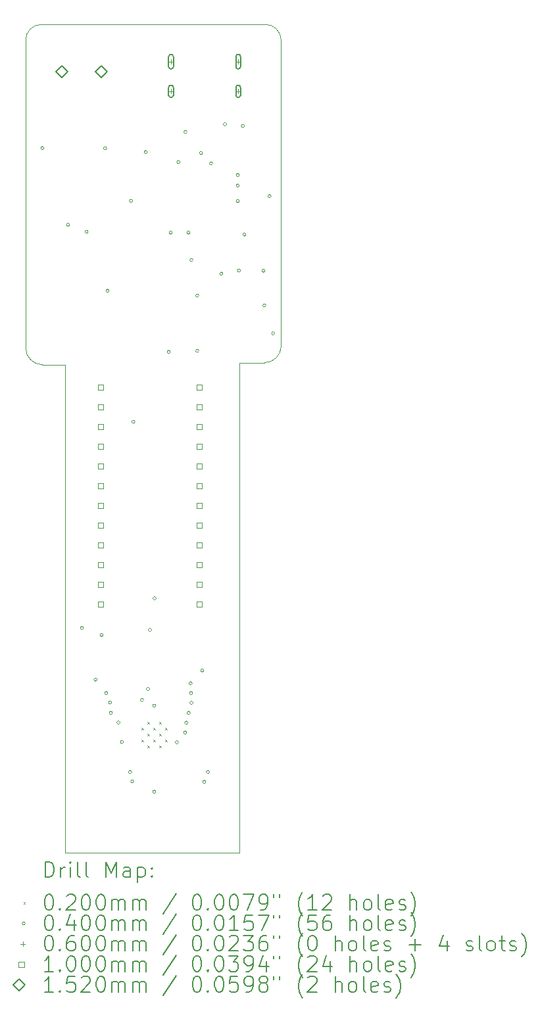
<source format=gbr>
%TF.GenerationSoftware,KiCad,Pcbnew,(6.0.11-0)*%
%TF.CreationDate,2023-10-17T10:34:44+02:00*%
%TF.ProjectId,ZESP32,5a455350-3332-42e6-9b69-6361645f7063,rev?*%
%TF.SameCoordinates,Original*%
%TF.FileFunction,Drillmap*%
%TF.FilePolarity,Positive*%
%FSLAX45Y45*%
G04 Gerber Fmt 4.5, Leading zero omitted, Abs format (unit mm)*
G04 Created by KiCad (PCBNEW (6.0.11-0)) date 2023-10-17 10:34:44*
%MOMM*%
%LPD*%
G01*
G04 APERTURE LIST*
%ADD10C,0.100000*%
%ADD11C,0.200000*%
%ADD12C,0.020000*%
%ADD13C,0.040000*%
%ADD14C,0.060000*%
%ADD15C,0.152000*%
G04 APERTURE END LIST*
D10*
X8178800Y-4419600D02*
X8178800Y-8382000D01*
X11468100Y-4419600D02*
X11468100Y-8356600D01*
X8382000Y-4216400D02*
X11264900Y-4216400D01*
X11252200Y-8572500D02*
X10934700Y-8572500D01*
X11252200Y-8572500D02*
G75*
G03*
X11468100Y-8356600I0J215900D01*
G01*
X8178800Y-8382000D02*
G75*
G03*
X8394700Y-8597900I215900J0D01*
G01*
X11468100Y-4419600D02*
G75*
G03*
X11264900Y-4216400I-203200J0D01*
G01*
X10934700Y-14884400D02*
X8686800Y-14884400D01*
X10934700Y-8572500D02*
X10934700Y-14884400D01*
X8382000Y-4216400D02*
G75*
G03*
X8178800Y-4419600I0J-203200D01*
G01*
X8686800Y-14884400D02*
X8686800Y-8597900D01*
X8394700Y-8597900D02*
X8686800Y-8597900D01*
D11*
D12*
X9671800Y-13276250D02*
X9691800Y-13296250D01*
X9691800Y-13276250D02*
X9671800Y-13296250D01*
X9671800Y-13428750D02*
X9691800Y-13448750D01*
X9691800Y-13428750D02*
X9671800Y-13448750D01*
X9748050Y-13200000D02*
X9768050Y-13220000D01*
X9768050Y-13200000D02*
X9748050Y-13220000D01*
X9748050Y-13352500D02*
X9768050Y-13372500D01*
X9768050Y-13352500D02*
X9748050Y-13372500D01*
X9748050Y-13505000D02*
X9768050Y-13525000D01*
X9768050Y-13505000D02*
X9748050Y-13525000D01*
X9824300Y-13276250D02*
X9844300Y-13296250D01*
X9844300Y-13276250D02*
X9824300Y-13296250D01*
X9824300Y-13428750D02*
X9844300Y-13448750D01*
X9844300Y-13428750D02*
X9824300Y-13448750D01*
X9900550Y-13200000D02*
X9920550Y-13220000D01*
X9920550Y-13200000D02*
X9900550Y-13220000D01*
X9900550Y-13352500D02*
X9920550Y-13372500D01*
X9920550Y-13352500D02*
X9900550Y-13372500D01*
X9900550Y-13505000D02*
X9920550Y-13525000D01*
X9920550Y-13505000D02*
X9900550Y-13525000D01*
X9976800Y-13276250D02*
X9996800Y-13296250D01*
X9996800Y-13276250D02*
X9976800Y-13296250D01*
X9976800Y-13428750D02*
X9996800Y-13448750D01*
X9996800Y-13428750D02*
X9976800Y-13448750D01*
D13*
X8414200Y-5809480D02*
G75*
G03*
X8414200Y-5809480I-20000J0D01*
G01*
X8744900Y-6794500D02*
G75*
G03*
X8744900Y-6794500I-20000J0D01*
G01*
X8922700Y-11988800D02*
G75*
G03*
X8922700Y-11988800I-20000J0D01*
G01*
X8983160Y-6886440D02*
G75*
G03*
X8983160Y-6886440I-20000J0D01*
G01*
X9097960Y-12654280D02*
G75*
G03*
X9097960Y-12654280I-20000J0D01*
G01*
X9176700Y-12077700D02*
G75*
G03*
X9176700Y-12077700I-20000J0D01*
G01*
X9221920Y-5809480D02*
G75*
G03*
X9221920Y-5809480I-20000J0D01*
G01*
X9235120Y-12827000D02*
G75*
G03*
X9235120Y-12827000I-20000J0D01*
G01*
X9253160Y-7645140D02*
G75*
G03*
X9253160Y-7645140I-20000J0D01*
G01*
X9285920Y-12948920D02*
G75*
G03*
X9285920Y-12948920I-20000J0D01*
G01*
X9296080Y-13081000D02*
G75*
G03*
X9296080Y-13081000I-20000J0D01*
G01*
X9392600Y-13208000D02*
G75*
G03*
X9392600Y-13208000I-20000J0D01*
G01*
X9438320Y-13456920D02*
G75*
G03*
X9438320Y-13456920I-20000J0D01*
G01*
X9543470Y-13843000D02*
G75*
G03*
X9543470Y-13843000I-20000J0D01*
G01*
X9555160Y-6487160D02*
G75*
G03*
X9555160Y-6487160I-20000J0D01*
G01*
X9570400Y-13964920D02*
G75*
G03*
X9570400Y-13964920I-20000J0D01*
G01*
X9585100Y-9332500D02*
G75*
G03*
X9585100Y-9332500I-20000J0D01*
G01*
X9697400Y-12915900D02*
G75*
G03*
X9697400Y-12915900I-20000J0D01*
G01*
X9743010Y-5859890D02*
G75*
G03*
X9743010Y-5859890I-20000J0D01*
G01*
X9773600Y-12776200D02*
G75*
G03*
X9773600Y-12776200I-20000J0D01*
G01*
X9799000Y-12014200D02*
G75*
G03*
X9799000Y-12014200I-20000J0D01*
G01*
X9854300Y-12990140D02*
G75*
G03*
X9854300Y-12990140I-20000J0D01*
G01*
X9855380Y-14096500D02*
G75*
G03*
X9855380Y-14096500I-20000J0D01*
G01*
X9858430Y-11607800D02*
G75*
G03*
X9858430Y-11607800I-20000J0D01*
G01*
X10040300Y-8432800D02*
G75*
G03*
X10040300Y-8432800I-20000J0D01*
G01*
X10065700Y-6896100D02*
G75*
G03*
X10065700Y-6896100I-20000J0D01*
G01*
X10144940Y-13461500D02*
G75*
G03*
X10144940Y-13461500I-20000J0D01*
G01*
X10165200Y-5988880D02*
G75*
G03*
X10165200Y-5988880I-20000J0D01*
G01*
X10251120Y-13335000D02*
G75*
G03*
X10251120Y-13335000I-20000J0D01*
G01*
X10256200Y-5600700D02*
G75*
G03*
X10256200Y-5600700I-20000J0D01*
G01*
X10266360Y-13208000D02*
G75*
G03*
X10266360Y-13208000I-20000J0D01*
G01*
X10294300Y-6896100D02*
G75*
G03*
X10294300Y-6896100I-20000J0D01*
G01*
X10296840Y-13081000D02*
G75*
G03*
X10296840Y-13081000I-20000J0D01*
G01*
X10322240Y-12700000D02*
G75*
G03*
X10322240Y-12700000I-20000J0D01*
G01*
X10327320Y-12827000D02*
G75*
G03*
X10327320Y-12827000I-20000J0D01*
G01*
X10332400Y-7251700D02*
G75*
G03*
X10332400Y-7251700I-20000J0D01*
G01*
X10332400Y-12954000D02*
G75*
G03*
X10332400Y-12954000I-20000J0D01*
G01*
X10408600Y-7708900D02*
G75*
G03*
X10408600Y-7708900I-20000J0D01*
G01*
X10408600Y-8420100D02*
G75*
G03*
X10408600Y-8420100I-20000J0D01*
G01*
X10456360Y-5872040D02*
G75*
G03*
X10456360Y-5872040I-20000J0D01*
G01*
X10472100Y-12534900D02*
G75*
G03*
X10472100Y-12534900I-20000J0D01*
G01*
X10497500Y-13970000D02*
G75*
G03*
X10497500Y-13970000I-20000J0D01*
G01*
X10544750Y-13843000D02*
G75*
G03*
X10544750Y-13843000I-20000J0D01*
G01*
X10586400Y-6007100D02*
G75*
G03*
X10586400Y-6007100I-20000J0D01*
G01*
X10720000Y-7425000D02*
G75*
G03*
X10720000Y-7425000I-20000J0D01*
G01*
X10764710Y-5501200D02*
G75*
G03*
X10764710Y-5501200I-20000J0D01*
G01*
X10928800Y-6154920D02*
G75*
G03*
X10928800Y-6154920I-20000J0D01*
G01*
X10928800Y-6292080D02*
G75*
G03*
X10928800Y-6292080I-20000J0D01*
G01*
X10928800Y-6490200D02*
G75*
G03*
X10928800Y-6490200I-20000J0D01*
G01*
X10944040Y-7384280D02*
G75*
G03*
X10944040Y-7384280I-20000J0D01*
G01*
X10995000Y-5525000D02*
G75*
G03*
X10995000Y-5525000I-20000J0D01*
G01*
X11015160Y-6922000D02*
G75*
G03*
X11015160Y-6922000I-20000J0D01*
G01*
X11259000Y-7389360D02*
G75*
G03*
X11259000Y-7389360I-20000J0D01*
G01*
X11272200Y-7835900D02*
G75*
G03*
X11272200Y-7835900I-20000J0D01*
G01*
X11338240Y-6426200D02*
G75*
G03*
X11338240Y-6426200I-20000J0D01*
G01*
X11383960Y-8194040D02*
G75*
G03*
X11383960Y-8194040I-20000J0D01*
G01*
D14*
X10050080Y-4665320D02*
X10050080Y-4725320D01*
X10020080Y-4695320D02*
X10080080Y-4695320D01*
D11*
X10080080Y-4760320D02*
X10080080Y-4630320D01*
X10020080Y-4760320D02*
X10020080Y-4630320D01*
X10080080Y-4630320D02*
G75*
G03*
X10020080Y-4630320I-30000J0D01*
G01*
X10020080Y-4760320D02*
G75*
G03*
X10080080Y-4760320I30000J0D01*
G01*
D14*
X10050080Y-5047820D02*
X10050080Y-5107820D01*
X10020080Y-5077820D02*
X10080080Y-5077820D01*
D11*
X10080080Y-5127820D02*
X10080080Y-5027820D01*
X10020080Y-5127820D02*
X10020080Y-5027820D01*
X10080080Y-5027820D02*
G75*
G03*
X10020080Y-5027820I-30000J0D01*
G01*
X10020080Y-5127820D02*
G75*
G03*
X10080080Y-5127820I30000J0D01*
G01*
D14*
X10914080Y-4665320D02*
X10914080Y-4725320D01*
X10884080Y-4695320D02*
X10944080Y-4695320D01*
D11*
X10944080Y-4760320D02*
X10944080Y-4630320D01*
X10884080Y-4760320D02*
X10884080Y-4630320D01*
X10944080Y-4630320D02*
G75*
G03*
X10884080Y-4630320I-30000J0D01*
G01*
X10884080Y-4760320D02*
G75*
G03*
X10944080Y-4760320I30000J0D01*
G01*
D14*
X10914080Y-5047820D02*
X10914080Y-5107820D01*
X10884080Y-5077820D02*
X10944080Y-5077820D01*
D11*
X10944080Y-5127820D02*
X10944080Y-5027820D01*
X10884080Y-5127820D02*
X10884080Y-5027820D01*
X10944080Y-5027820D02*
G75*
G03*
X10884080Y-5027820I-30000J0D01*
G01*
X10884080Y-5127820D02*
G75*
G03*
X10944080Y-5127820I30000J0D01*
G01*
D10*
X9179356Y-8925356D02*
X9179356Y-8854644D01*
X9108644Y-8854644D01*
X9108644Y-8925356D01*
X9179356Y-8925356D01*
X9179356Y-9179356D02*
X9179356Y-9108644D01*
X9108644Y-9108644D01*
X9108644Y-9179356D01*
X9179356Y-9179356D01*
X9179356Y-9433356D02*
X9179356Y-9362644D01*
X9108644Y-9362644D01*
X9108644Y-9433356D01*
X9179356Y-9433356D01*
X9179356Y-9687356D02*
X9179356Y-9616644D01*
X9108644Y-9616644D01*
X9108644Y-9687356D01*
X9179356Y-9687356D01*
X9179356Y-9941356D02*
X9179356Y-9870644D01*
X9108644Y-9870644D01*
X9108644Y-9941356D01*
X9179356Y-9941356D01*
X9179356Y-10195356D02*
X9179356Y-10124644D01*
X9108644Y-10124644D01*
X9108644Y-10195356D01*
X9179356Y-10195356D01*
X9179356Y-10449356D02*
X9179356Y-10378644D01*
X9108644Y-10378644D01*
X9108644Y-10449356D01*
X9179356Y-10449356D01*
X9179356Y-10703356D02*
X9179356Y-10632644D01*
X9108644Y-10632644D01*
X9108644Y-10703356D01*
X9179356Y-10703356D01*
X9179356Y-10957356D02*
X9179356Y-10886644D01*
X9108644Y-10886644D01*
X9108644Y-10957356D01*
X9179356Y-10957356D01*
X9179356Y-11211356D02*
X9179356Y-11140644D01*
X9108644Y-11140644D01*
X9108644Y-11211356D01*
X9179356Y-11211356D01*
X9179356Y-11465356D02*
X9179356Y-11394644D01*
X9108644Y-11394644D01*
X9108644Y-11465356D01*
X9179356Y-11465356D01*
X9179356Y-11719356D02*
X9179356Y-11648644D01*
X9108644Y-11648644D01*
X9108644Y-11719356D01*
X9179356Y-11719356D01*
X10449356Y-8925356D02*
X10449356Y-8854644D01*
X10378644Y-8854644D01*
X10378644Y-8925356D01*
X10449356Y-8925356D01*
X10449356Y-9179356D02*
X10449356Y-9108644D01*
X10378644Y-9108644D01*
X10378644Y-9179356D01*
X10449356Y-9179356D01*
X10449356Y-9433356D02*
X10449356Y-9362644D01*
X10378644Y-9362644D01*
X10378644Y-9433356D01*
X10449356Y-9433356D01*
X10449356Y-9687356D02*
X10449356Y-9616644D01*
X10378644Y-9616644D01*
X10378644Y-9687356D01*
X10449356Y-9687356D01*
X10449356Y-9941356D02*
X10449356Y-9870644D01*
X10378644Y-9870644D01*
X10378644Y-9941356D01*
X10449356Y-9941356D01*
X10449356Y-10195356D02*
X10449356Y-10124644D01*
X10378644Y-10124644D01*
X10378644Y-10195356D01*
X10449356Y-10195356D01*
X10449356Y-10449356D02*
X10449356Y-10378644D01*
X10378644Y-10378644D01*
X10378644Y-10449356D01*
X10449356Y-10449356D01*
X10449356Y-10703356D02*
X10449356Y-10632644D01*
X10378644Y-10632644D01*
X10378644Y-10703356D01*
X10449356Y-10703356D01*
X10449356Y-10957356D02*
X10449356Y-10886644D01*
X10378644Y-10886644D01*
X10378644Y-10957356D01*
X10449356Y-10957356D01*
X10449356Y-11211356D02*
X10449356Y-11140644D01*
X10378644Y-11140644D01*
X10378644Y-11211356D01*
X10449356Y-11211356D01*
X10449356Y-11465356D02*
X10449356Y-11394644D01*
X10378644Y-11394644D01*
X10378644Y-11465356D01*
X10449356Y-11465356D01*
X10449356Y-11719356D02*
X10449356Y-11648644D01*
X10378644Y-11648644D01*
X10378644Y-11719356D01*
X10449356Y-11719356D01*
D15*
X8648200Y-4899960D02*
X8724200Y-4823960D01*
X8648200Y-4747960D01*
X8572200Y-4823960D01*
X8648200Y-4899960D01*
X9156200Y-4899960D02*
X9232200Y-4823960D01*
X9156200Y-4747960D01*
X9080200Y-4823960D01*
X9156200Y-4899960D01*
D11*
X8431419Y-15199876D02*
X8431419Y-14999876D01*
X8479038Y-14999876D01*
X8507610Y-15009400D01*
X8526657Y-15028448D01*
X8536181Y-15047495D01*
X8545705Y-15085590D01*
X8545705Y-15114162D01*
X8536181Y-15152257D01*
X8526657Y-15171305D01*
X8507610Y-15190352D01*
X8479038Y-15199876D01*
X8431419Y-15199876D01*
X8631419Y-15199876D02*
X8631419Y-15066543D01*
X8631419Y-15104638D02*
X8640943Y-15085590D01*
X8650467Y-15076067D01*
X8669514Y-15066543D01*
X8688562Y-15066543D01*
X8755229Y-15199876D02*
X8755229Y-15066543D01*
X8755229Y-14999876D02*
X8745705Y-15009400D01*
X8755229Y-15018924D01*
X8764752Y-15009400D01*
X8755229Y-14999876D01*
X8755229Y-15018924D01*
X8879038Y-15199876D02*
X8859990Y-15190352D01*
X8850467Y-15171305D01*
X8850467Y-14999876D01*
X8983800Y-15199876D02*
X8964752Y-15190352D01*
X8955229Y-15171305D01*
X8955229Y-14999876D01*
X9212371Y-15199876D02*
X9212371Y-14999876D01*
X9279038Y-15142733D01*
X9345705Y-14999876D01*
X9345705Y-15199876D01*
X9526657Y-15199876D02*
X9526657Y-15095114D01*
X9517133Y-15076067D01*
X9498086Y-15066543D01*
X9459990Y-15066543D01*
X9440943Y-15076067D01*
X9526657Y-15190352D02*
X9507610Y-15199876D01*
X9459990Y-15199876D01*
X9440943Y-15190352D01*
X9431419Y-15171305D01*
X9431419Y-15152257D01*
X9440943Y-15133209D01*
X9459990Y-15123686D01*
X9507610Y-15123686D01*
X9526657Y-15114162D01*
X9621895Y-15066543D02*
X9621895Y-15266543D01*
X9621895Y-15076067D02*
X9640943Y-15066543D01*
X9679038Y-15066543D01*
X9698086Y-15076067D01*
X9707610Y-15085590D01*
X9717133Y-15104638D01*
X9717133Y-15161781D01*
X9707610Y-15180828D01*
X9698086Y-15190352D01*
X9679038Y-15199876D01*
X9640943Y-15199876D01*
X9621895Y-15190352D01*
X9802848Y-15180828D02*
X9812371Y-15190352D01*
X9802848Y-15199876D01*
X9793324Y-15190352D01*
X9802848Y-15180828D01*
X9802848Y-15199876D01*
X9802848Y-15076067D02*
X9812371Y-15085590D01*
X9802848Y-15095114D01*
X9793324Y-15085590D01*
X9802848Y-15076067D01*
X9802848Y-15095114D01*
D12*
X8153800Y-15519400D02*
X8173800Y-15539400D01*
X8173800Y-15519400D02*
X8153800Y-15539400D01*
D11*
X8469514Y-15419876D02*
X8488562Y-15419876D01*
X8507610Y-15429400D01*
X8517133Y-15438924D01*
X8526657Y-15457971D01*
X8536181Y-15496067D01*
X8536181Y-15543686D01*
X8526657Y-15581781D01*
X8517133Y-15600828D01*
X8507610Y-15610352D01*
X8488562Y-15619876D01*
X8469514Y-15619876D01*
X8450467Y-15610352D01*
X8440943Y-15600828D01*
X8431419Y-15581781D01*
X8421895Y-15543686D01*
X8421895Y-15496067D01*
X8431419Y-15457971D01*
X8440943Y-15438924D01*
X8450467Y-15429400D01*
X8469514Y-15419876D01*
X8621895Y-15600828D02*
X8631419Y-15610352D01*
X8621895Y-15619876D01*
X8612371Y-15610352D01*
X8621895Y-15600828D01*
X8621895Y-15619876D01*
X8707610Y-15438924D02*
X8717133Y-15429400D01*
X8736181Y-15419876D01*
X8783800Y-15419876D01*
X8802848Y-15429400D01*
X8812371Y-15438924D01*
X8821895Y-15457971D01*
X8821895Y-15477019D01*
X8812371Y-15505590D01*
X8698086Y-15619876D01*
X8821895Y-15619876D01*
X8945705Y-15419876D02*
X8964752Y-15419876D01*
X8983800Y-15429400D01*
X8993324Y-15438924D01*
X9002848Y-15457971D01*
X9012371Y-15496067D01*
X9012371Y-15543686D01*
X9002848Y-15581781D01*
X8993324Y-15600828D01*
X8983800Y-15610352D01*
X8964752Y-15619876D01*
X8945705Y-15619876D01*
X8926657Y-15610352D01*
X8917133Y-15600828D01*
X8907610Y-15581781D01*
X8898086Y-15543686D01*
X8898086Y-15496067D01*
X8907610Y-15457971D01*
X8917133Y-15438924D01*
X8926657Y-15429400D01*
X8945705Y-15419876D01*
X9136181Y-15419876D02*
X9155229Y-15419876D01*
X9174276Y-15429400D01*
X9183800Y-15438924D01*
X9193324Y-15457971D01*
X9202848Y-15496067D01*
X9202848Y-15543686D01*
X9193324Y-15581781D01*
X9183800Y-15600828D01*
X9174276Y-15610352D01*
X9155229Y-15619876D01*
X9136181Y-15619876D01*
X9117133Y-15610352D01*
X9107610Y-15600828D01*
X9098086Y-15581781D01*
X9088562Y-15543686D01*
X9088562Y-15496067D01*
X9098086Y-15457971D01*
X9107610Y-15438924D01*
X9117133Y-15429400D01*
X9136181Y-15419876D01*
X9288562Y-15619876D02*
X9288562Y-15486543D01*
X9288562Y-15505590D02*
X9298086Y-15496067D01*
X9317133Y-15486543D01*
X9345705Y-15486543D01*
X9364752Y-15496067D01*
X9374276Y-15515114D01*
X9374276Y-15619876D01*
X9374276Y-15515114D02*
X9383800Y-15496067D01*
X9402848Y-15486543D01*
X9431419Y-15486543D01*
X9450467Y-15496067D01*
X9459990Y-15515114D01*
X9459990Y-15619876D01*
X9555229Y-15619876D02*
X9555229Y-15486543D01*
X9555229Y-15505590D02*
X9564752Y-15496067D01*
X9583800Y-15486543D01*
X9612371Y-15486543D01*
X9631419Y-15496067D01*
X9640943Y-15515114D01*
X9640943Y-15619876D01*
X9640943Y-15515114D02*
X9650467Y-15496067D01*
X9669514Y-15486543D01*
X9698086Y-15486543D01*
X9717133Y-15496067D01*
X9726657Y-15515114D01*
X9726657Y-15619876D01*
X10117133Y-15410352D02*
X9945705Y-15667495D01*
X10374276Y-15419876D02*
X10393324Y-15419876D01*
X10412371Y-15429400D01*
X10421895Y-15438924D01*
X10431419Y-15457971D01*
X10440943Y-15496067D01*
X10440943Y-15543686D01*
X10431419Y-15581781D01*
X10421895Y-15600828D01*
X10412371Y-15610352D01*
X10393324Y-15619876D01*
X10374276Y-15619876D01*
X10355229Y-15610352D01*
X10345705Y-15600828D01*
X10336181Y-15581781D01*
X10326657Y-15543686D01*
X10326657Y-15496067D01*
X10336181Y-15457971D01*
X10345705Y-15438924D01*
X10355229Y-15429400D01*
X10374276Y-15419876D01*
X10526657Y-15600828D02*
X10536181Y-15610352D01*
X10526657Y-15619876D01*
X10517133Y-15610352D01*
X10526657Y-15600828D01*
X10526657Y-15619876D01*
X10659990Y-15419876D02*
X10679038Y-15419876D01*
X10698086Y-15429400D01*
X10707610Y-15438924D01*
X10717133Y-15457971D01*
X10726657Y-15496067D01*
X10726657Y-15543686D01*
X10717133Y-15581781D01*
X10707610Y-15600828D01*
X10698086Y-15610352D01*
X10679038Y-15619876D01*
X10659990Y-15619876D01*
X10640943Y-15610352D01*
X10631419Y-15600828D01*
X10621895Y-15581781D01*
X10612371Y-15543686D01*
X10612371Y-15496067D01*
X10621895Y-15457971D01*
X10631419Y-15438924D01*
X10640943Y-15429400D01*
X10659990Y-15419876D01*
X10850467Y-15419876D02*
X10869514Y-15419876D01*
X10888562Y-15429400D01*
X10898086Y-15438924D01*
X10907610Y-15457971D01*
X10917133Y-15496067D01*
X10917133Y-15543686D01*
X10907610Y-15581781D01*
X10898086Y-15600828D01*
X10888562Y-15610352D01*
X10869514Y-15619876D01*
X10850467Y-15619876D01*
X10831419Y-15610352D01*
X10821895Y-15600828D01*
X10812371Y-15581781D01*
X10802848Y-15543686D01*
X10802848Y-15496067D01*
X10812371Y-15457971D01*
X10821895Y-15438924D01*
X10831419Y-15429400D01*
X10850467Y-15419876D01*
X10983800Y-15419876D02*
X11117133Y-15419876D01*
X11031419Y-15619876D01*
X11202848Y-15619876D02*
X11240943Y-15619876D01*
X11259990Y-15610352D01*
X11269514Y-15600828D01*
X11288562Y-15572257D01*
X11298086Y-15534162D01*
X11298086Y-15457971D01*
X11288562Y-15438924D01*
X11279038Y-15429400D01*
X11259990Y-15419876D01*
X11221895Y-15419876D01*
X11202848Y-15429400D01*
X11193324Y-15438924D01*
X11183800Y-15457971D01*
X11183800Y-15505590D01*
X11193324Y-15524638D01*
X11202848Y-15534162D01*
X11221895Y-15543686D01*
X11259990Y-15543686D01*
X11279038Y-15534162D01*
X11288562Y-15524638D01*
X11298086Y-15505590D01*
X11374276Y-15419876D02*
X11374276Y-15457971D01*
X11450467Y-15419876D02*
X11450467Y-15457971D01*
X11745705Y-15696067D02*
X11736181Y-15686543D01*
X11717133Y-15657971D01*
X11707609Y-15638924D01*
X11698086Y-15610352D01*
X11688562Y-15562733D01*
X11688562Y-15524638D01*
X11698086Y-15477019D01*
X11707609Y-15448448D01*
X11717133Y-15429400D01*
X11736181Y-15400828D01*
X11745705Y-15391305D01*
X11926657Y-15619876D02*
X11812371Y-15619876D01*
X11869514Y-15619876D02*
X11869514Y-15419876D01*
X11850467Y-15448448D01*
X11831419Y-15467495D01*
X11812371Y-15477019D01*
X12002848Y-15438924D02*
X12012371Y-15429400D01*
X12031419Y-15419876D01*
X12079038Y-15419876D01*
X12098086Y-15429400D01*
X12107609Y-15438924D01*
X12117133Y-15457971D01*
X12117133Y-15477019D01*
X12107609Y-15505590D01*
X11993324Y-15619876D01*
X12117133Y-15619876D01*
X12355228Y-15619876D02*
X12355228Y-15419876D01*
X12440943Y-15619876D02*
X12440943Y-15515114D01*
X12431419Y-15496067D01*
X12412371Y-15486543D01*
X12383800Y-15486543D01*
X12364752Y-15496067D01*
X12355228Y-15505590D01*
X12564752Y-15619876D02*
X12545705Y-15610352D01*
X12536181Y-15600828D01*
X12526657Y-15581781D01*
X12526657Y-15524638D01*
X12536181Y-15505590D01*
X12545705Y-15496067D01*
X12564752Y-15486543D01*
X12593324Y-15486543D01*
X12612371Y-15496067D01*
X12621895Y-15505590D01*
X12631419Y-15524638D01*
X12631419Y-15581781D01*
X12621895Y-15600828D01*
X12612371Y-15610352D01*
X12593324Y-15619876D01*
X12564752Y-15619876D01*
X12745705Y-15619876D02*
X12726657Y-15610352D01*
X12717133Y-15591305D01*
X12717133Y-15419876D01*
X12898086Y-15610352D02*
X12879038Y-15619876D01*
X12840943Y-15619876D01*
X12821895Y-15610352D01*
X12812371Y-15591305D01*
X12812371Y-15515114D01*
X12821895Y-15496067D01*
X12840943Y-15486543D01*
X12879038Y-15486543D01*
X12898086Y-15496067D01*
X12907609Y-15515114D01*
X12907609Y-15534162D01*
X12812371Y-15553209D01*
X12983800Y-15610352D02*
X13002848Y-15619876D01*
X13040943Y-15619876D01*
X13059990Y-15610352D01*
X13069514Y-15591305D01*
X13069514Y-15581781D01*
X13059990Y-15562733D01*
X13040943Y-15553209D01*
X13012371Y-15553209D01*
X12993324Y-15543686D01*
X12983800Y-15524638D01*
X12983800Y-15515114D01*
X12993324Y-15496067D01*
X13012371Y-15486543D01*
X13040943Y-15486543D01*
X13059990Y-15496067D01*
X13136181Y-15696067D02*
X13145705Y-15686543D01*
X13164752Y-15657971D01*
X13174276Y-15638924D01*
X13183800Y-15610352D01*
X13193324Y-15562733D01*
X13193324Y-15524638D01*
X13183800Y-15477019D01*
X13174276Y-15448448D01*
X13164752Y-15429400D01*
X13145705Y-15400828D01*
X13136181Y-15391305D01*
D13*
X8173800Y-15793400D02*
G75*
G03*
X8173800Y-15793400I-20000J0D01*
G01*
D11*
X8469514Y-15683876D02*
X8488562Y-15683876D01*
X8507610Y-15693400D01*
X8517133Y-15702924D01*
X8526657Y-15721971D01*
X8536181Y-15760067D01*
X8536181Y-15807686D01*
X8526657Y-15845781D01*
X8517133Y-15864828D01*
X8507610Y-15874352D01*
X8488562Y-15883876D01*
X8469514Y-15883876D01*
X8450467Y-15874352D01*
X8440943Y-15864828D01*
X8431419Y-15845781D01*
X8421895Y-15807686D01*
X8421895Y-15760067D01*
X8431419Y-15721971D01*
X8440943Y-15702924D01*
X8450467Y-15693400D01*
X8469514Y-15683876D01*
X8621895Y-15864828D02*
X8631419Y-15874352D01*
X8621895Y-15883876D01*
X8612371Y-15874352D01*
X8621895Y-15864828D01*
X8621895Y-15883876D01*
X8802848Y-15750543D02*
X8802848Y-15883876D01*
X8755229Y-15674352D02*
X8707610Y-15817209D01*
X8831419Y-15817209D01*
X8945705Y-15683876D02*
X8964752Y-15683876D01*
X8983800Y-15693400D01*
X8993324Y-15702924D01*
X9002848Y-15721971D01*
X9012371Y-15760067D01*
X9012371Y-15807686D01*
X9002848Y-15845781D01*
X8993324Y-15864828D01*
X8983800Y-15874352D01*
X8964752Y-15883876D01*
X8945705Y-15883876D01*
X8926657Y-15874352D01*
X8917133Y-15864828D01*
X8907610Y-15845781D01*
X8898086Y-15807686D01*
X8898086Y-15760067D01*
X8907610Y-15721971D01*
X8917133Y-15702924D01*
X8926657Y-15693400D01*
X8945705Y-15683876D01*
X9136181Y-15683876D02*
X9155229Y-15683876D01*
X9174276Y-15693400D01*
X9183800Y-15702924D01*
X9193324Y-15721971D01*
X9202848Y-15760067D01*
X9202848Y-15807686D01*
X9193324Y-15845781D01*
X9183800Y-15864828D01*
X9174276Y-15874352D01*
X9155229Y-15883876D01*
X9136181Y-15883876D01*
X9117133Y-15874352D01*
X9107610Y-15864828D01*
X9098086Y-15845781D01*
X9088562Y-15807686D01*
X9088562Y-15760067D01*
X9098086Y-15721971D01*
X9107610Y-15702924D01*
X9117133Y-15693400D01*
X9136181Y-15683876D01*
X9288562Y-15883876D02*
X9288562Y-15750543D01*
X9288562Y-15769590D02*
X9298086Y-15760067D01*
X9317133Y-15750543D01*
X9345705Y-15750543D01*
X9364752Y-15760067D01*
X9374276Y-15779114D01*
X9374276Y-15883876D01*
X9374276Y-15779114D02*
X9383800Y-15760067D01*
X9402848Y-15750543D01*
X9431419Y-15750543D01*
X9450467Y-15760067D01*
X9459990Y-15779114D01*
X9459990Y-15883876D01*
X9555229Y-15883876D02*
X9555229Y-15750543D01*
X9555229Y-15769590D02*
X9564752Y-15760067D01*
X9583800Y-15750543D01*
X9612371Y-15750543D01*
X9631419Y-15760067D01*
X9640943Y-15779114D01*
X9640943Y-15883876D01*
X9640943Y-15779114D02*
X9650467Y-15760067D01*
X9669514Y-15750543D01*
X9698086Y-15750543D01*
X9717133Y-15760067D01*
X9726657Y-15779114D01*
X9726657Y-15883876D01*
X10117133Y-15674352D02*
X9945705Y-15931495D01*
X10374276Y-15683876D02*
X10393324Y-15683876D01*
X10412371Y-15693400D01*
X10421895Y-15702924D01*
X10431419Y-15721971D01*
X10440943Y-15760067D01*
X10440943Y-15807686D01*
X10431419Y-15845781D01*
X10421895Y-15864828D01*
X10412371Y-15874352D01*
X10393324Y-15883876D01*
X10374276Y-15883876D01*
X10355229Y-15874352D01*
X10345705Y-15864828D01*
X10336181Y-15845781D01*
X10326657Y-15807686D01*
X10326657Y-15760067D01*
X10336181Y-15721971D01*
X10345705Y-15702924D01*
X10355229Y-15693400D01*
X10374276Y-15683876D01*
X10526657Y-15864828D02*
X10536181Y-15874352D01*
X10526657Y-15883876D01*
X10517133Y-15874352D01*
X10526657Y-15864828D01*
X10526657Y-15883876D01*
X10659990Y-15683876D02*
X10679038Y-15683876D01*
X10698086Y-15693400D01*
X10707610Y-15702924D01*
X10717133Y-15721971D01*
X10726657Y-15760067D01*
X10726657Y-15807686D01*
X10717133Y-15845781D01*
X10707610Y-15864828D01*
X10698086Y-15874352D01*
X10679038Y-15883876D01*
X10659990Y-15883876D01*
X10640943Y-15874352D01*
X10631419Y-15864828D01*
X10621895Y-15845781D01*
X10612371Y-15807686D01*
X10612371Y-15760067D01*
X10621895Y-15721971D01*
X10631419Y-15702924D01*
X10640943Y-15693400D01*
X10659990Y-15683876D01*
X10917133Y-15883876D02*
X10802848Y-15883876D01*
X10859990Y-15883876D02*
X10859990Y-15683876D01*
X10840943Y-15712448D01*
X10821895Y-15731495D01*
X10802848Y-15741019D01*
X11098086Y-15683876D02*
X11002848Y-15683876D01*
X10993324Y-15779114D01*
X11002848Y-15769590D01*
X11021895Y-15760067D01*
X11069514Y-15760067D01*
X11088562Y-15769590D01*
X11098086Y-15779114D01*
X11107610Y-15798162D01*
X11107610Y-15845781D01*
X11098086Y-15864828D01*
X11088562Y-15874352D01*
X11069514Y-15883876D01*
X11021895Y-15883876D01*
X11002848Y-15874352D01*
X10993324Y-15864828D01*
X11174276Y-15683876D02*
X11307609Y-15683876D01*
X11221895Y-15883876D01*
X11374276Y-15683876D02*
X11374276Y-15721971D01*
X11450467Y-15683876D02*
X11450467Y-15721971D01*
X11745705Y-15960067D02*
X11736181Y-15950543D01*
X11717133Y-15921971D01*
X11707609Y-15902924D01*
X11698086Y-15874352D01*
X11688562Y-15826733D01*
X11688562Y-15788638D01*
X11698086Y-15741019D01*
X11707609Y-15712448D01*
X11717133Y-15693400D01*
X11736181Y-15664828D01*
X11745705Y-15655305D01*
X11917133Y-15683876D02*
X11821895Y-15683876D01*
X11812371Y-15779114D01*
X11821895Y-15769590D01*
X11840943Y-15760067D01*
X11888562Y-15760067D01*
X11907609Y-15769590D01*
X11917133Y-15779114D01*
X11926657Y-15798162D01*
X11926657Y-15845781D01*
X11917133Y-15864828D01*
X11907609Y-15874352D01*
X11888562Y-15883876D01*
X11840943Y-15883876D01*
X11821895Y-15874352D01*
X11812371Y-15864828D01*
X12098086Y-15683876D02*
X12059990Y-15683876D01*
X12040943Y-15693400D01*
X12031419Y-15702924D01*
X12012371Y-15731495D01*
X12002848Y-15769590D01*
X12002848Y-15845781D01*
X12012371Y-15864828D01*
X12021895Y-15874352D01*
X12040943Y-15883876D01*
X12079038Y-15883876D01*
X12098086Y-15874352D01*
X12107609Y-15864828D01*
X12117133Y-15845781D01*
X12117133Y-15798162D01*
X12107609Y-15779114D01*
X12098086Y-15769590D01*
X12079038Y-15760067D01*
X12040943Y-15760067D01*
X12021895Y-15769590D01*
X12012371Y-15779114D01*
X12002848Y-15798162D01*
X12355228Y-15883876D02*
X12355228Y-15683876D01*
X12440943Y-15883876D02*
X12440943Y-15779114D01*
X12431419Y-15760067D01*
X12412371Y-15750543D01*
X12383800Y-15750543D01*
X12364752Y-15760067D01*
X12355228Y-15769590D01*
X12564752Y-15883876D02*
X12545705Y-15874352D01*
X12536181Y-15864828D01*
X12526657Y-15845781D01*
X12526657Y-15788638D01*
X12536181Y-15769590D01*
X12545705Y-15760067D01*
X12564752Y-15750543D01*
X12593324Y-15750543D01*
X12612371Y-15760067D01*
X12621895Y-15769590D01*
X12631419Y-15788638D01*
X12631419Y-15845781D01*
X12621895Y-15864828D01*
X12612371Y-15874352D01*
X12593324Y-15883876D01*
X12564752Y-15883876D01*
X12745705Y-15883876D02*
X12726657Y-15874352D01*
X12717133Y-15855305D01*
X12717133Y-15683876D01*
X12898086Y-15874352D02*
X12879038Y-15883876D01*
X12840943Y-15883876D01*
X12821895Y-15874352D01*
X12812371Y-15855305D01*
X12812371Y-15779114D01*
X12821895Y-15760067D01*
X12840943Y-15750543D01*
X12879038Y-15750543D01*
X12898086Y-15760067D01*
X12907609Y-15779114D01*
X12907609Y-15798162D01*
X12812371Y-15817209D01*
X12983800Y-15874352D02*
X13002848Y-15883876D01*
X13040943Y-15883876D01*
X13059990Y-15874352D01*
X13069514Y-15855305D01*
X13069514Y-15845781D01*
X13059990Y-15826733D01*
X13040943Y-15817209D01*
X13012371Y-15817209D01*
X12993324Y-15807686D01*
X12983800Y-15788638D01*
X12983800Y-15779114D01*
X12993324Y-15760067D01*
X13012371Y-15750543D01*
X13040943Y-15750543D01*
X13059990Y-15760067D01*
X13136181Y-15960067D02*
X13145705Y-15950543D01*
X13164752Y-15921971D01*
X13174276Y-15902924D01*
X13183800Y-15874352D01*
X13193324Y-15826733D01*
X13193324Y-15788638D01*
X13183800Y-15741019D01*
X13174276Y-15712448D01*
X13164752Y-15693400D01*
X13145705Y-15664828D01*
X13136181Y-15655305D01*
D14*
X8143800Y-16027400D02*
X8143800Y-16087400D01*
X8113800Y-16057400D02*
X8173800Y-16057400D01*
D11*
X8469514Y-15947876D02*
X8488562Y-15947876D01*
X8507610Y-15957400D01*
X8517133Y-15966924D01*
X8526657Y-15985971D01*
X8536181Y-16024067D01*
X8536181Y-16071686D01*
X8526657Y-16109781D01*
X8517133Y-16128828D01*
X8507610Y-16138352D01*
X8488562Y-16147876D01*
X8469514Y-16147876D01*
X8450467Y-16138352D01*
X8440943Y-16128828D01*
X8431419Y-16109781D01*
X8421895Y-16071686D01*
X8421895Y-16024067D01*
X8431419Y-15985971D01*
X8440943Y-15966924D01*
X8450467Y-15957400D01*
X8469514Y-15947876D01*
X8621895Y-16128828D02*
X8631419Y-16138352D01*
X8621895Y-16147876D01*
X8612371Y-16138352D01*
X8621895Y-16128828D01*
X8621895Y-16147876D01*
X8802848Y-15947876D02*
X8764752Y-15947876D01*
X8745705Y-15957400D01*
X8736181Y-15966924D01*
X8717133Y-15995495D01*
X8707610Y-16033590D01*
X8707610Y-16109781D01*
X8717133Y-16128828D01*
X8726657Y-16138352D01*
X8745705Y-16147876D01*
X8783800Y-16147876D01*
X8802848Y-16138352D01*
X8812371Y-16128828D01*
X8821895Y-16109781D01*
X8821895Y-16062162D01*
X8812371Y-16043114D01*
X8802848Y-16033590D01*
X8783800Y-16024067D01*
X8745705Y-16024067D01*
X8726657Y-16033590D01*
X8717133Y-16043114D01*
X8707610Y-16062162D01*
X8945705Y-15947876D02*
X8964752Y-15947876D01*
X8983800Y-15957400D01*
X8993324Y-15966924D01*
X9002848Y-15985971D01*
X9012371Y-16024067D01*
X9012371Y-16071686D01*
X9002848Y-16109781D01*
X8993324Y-16128828D01*
X8983800Y-16138352D01*
X8964752Y-16147876D01*
X8945705Y-16147876D01*
X8926657Y-16138352D01*
X8917133Y-16128828D01*
X8907610Y-16109781D01*
X8898086Y-16071686D01*
X8898086Y-16024067D01*
X8907610Y-15985971D01*
X8917133Y-15966924D01*
X8926657Y-15957400D01*
X8945705Y-15947876D01*
X9136181Y-15947876D02*
X9155229Y-15947876D01*
X9174276Y-15957400D01*
X9183800Y-15966924D01*
X9193324Y-15985971D01*
X9202848Y-16024067D01*
X9202848Y-16071686D01*
X9193324Y-16109781D01*
X9183800Y-16128828D01*
X9174276Y-16138352D01*
X9155229Y-16147876D01*
X9136181Y-16147876D01*
X9117133Y-16138352D01*
X9107610Y-16128828D01*
X9098086Y-16109781D01*
X9088562Y-16071686D01*
X9088562Y-16024067D01*
X9098086Y-15985971D01*
X9107610Y-15966924D01*
X9117133Y-15957400D01*
X9136181Y-15947876D01*
X9288562Y-16147876D02*
X9288562Y-16014543D01*
X9288562Y-16033590D02*
X9298086Y-16024067D01*
X9317133Y-16014543D01*
X9345705Y-16014543D01*
X9364752Y-16024067D01*
X9374276Y-16043114D01*
X9374276Y-16147876D01*
X9374276Y-16043114D02*
X9383800Y-16024067D01*
X9402848Y-16014543D01*
X9431419Y-16014543D01*
X9450467Y-16024067D01*
X9459990Y-16043114D01*
X9459990Y-16147876D01*
X9555229Y-16147876D02*
X9555229Y-16014543D01*
X9555229Y-16033590D02*
X9564752Y-16024067D01*
X9583800Y-16014543D01*
X9612371Y-16014543D01*
X9631419Y-16024067D01*
X9640943Y-16043114D01*
X9640943Y-16147876D01*
X9640943Y-16043114D02*
X9650467Y-16024067D01*
X9669514Y-16014543D01*
X9698086Y-16014543D01*
X9717133Y-16024067D01*
X9726657Y-16043114D01*
X9726657Y-16147876D01*
X10117133Y-15938352D02*
X9945705Y-16195495D01*
X10374276Y-15947876D02*
X10393324Y-15947876D01*
X10412371Y-15957400D01*
X10421895Y-15966924D01*
X10431419Y-15985971D01*
X10440943Y-16024067D01*
X10440943Y-16071686D01*
X10431419Y-16109781D01*
X10421895Y-16128828D01*
X10412371Y-16138352D01*
X10393324Y-16147876D01*
X10374276Y-16147876D01*
X10355229Y-16138352D01*
X10345705Y-16128828D01*
X10336181Y-16109781D01*
X10326657Y-16071686D01*
X10326657Y-16024067D01*
X10336181Y-15985971D01*
X10345705Y-15966924D01*
X10355229Y-15957400D01*
X10374276Y-15947876D01*
X10526657Y-16128828D02*
X10536181Y-16138352D01*
X10526657Y-16147876D01*
X10517133Y-16138352D01*
X10526657Y-16128828D01*
X10526657Y-16147876D01*
X10659990Y-15947876D02*
X10679038Y-15947876D01*
X10698086Y-15957400D01*
X10707610Y-15966924D01*
X10717133Y-15985971D01*
X10726657Y-16024067D01*
X10726657Y-16071686D01*
X10717133Y-16109781D01*
X10707610Y-16128828D01*
X10698086Y-16138352D01*
X10679038Y-16147876D01*
X10659990Y-16147876D01*
X10640943Y-16138352D01*
X10631419Y-16128828D01*
X10621895Y-16109781D01*
X10612371Y-16071686D01*
X10612371Y-16024067D01*
X10621895Y-15985971D01*
X10631419Y-15966924D01*
X10640943Y-15957400D01*
X10659990Y-15947876D01*
X10802848Y-15966924D02*
X10812371Y-15957400D01*
X10831419Y-15947876D01*
X10879038Y-15947876D01*
X10898086Y-15957400D01*
X10907610Y-15966924D01*
X10917133Y-15985971D01*
X10917133Y-16005019D01*
X10907610Y-16033590D01*
X10793324Y-16147876D01*
X10917133Y-16147876D01*
X10983800Y-15947876D02*
X11107610Y-15947876D01*
X11040943Y-16024067D01*
X11069514Y-16024067D01*
X11088562Y-16033590D01*
X11098086Y-16043114D01*
X11107610Y-16062162D01*
X11107610Y-16109781D01*
X11098086Y-16128828D01*
X11088562Y-16138352D01*
X11069514Y-16147876D01*
X11012371Y-16147876D01*
X10993324Y-16138352D01*
X10983800Y-16128828D01*
X11279038Y-15947876D02*
X11240943Y-15947876D01*
X11221895Y-15957400D01*
X11212371Y-15966924D01*
X11193324Y-15995495D01*
X11183800Y-16033590D01*
X11183800Y-16109781D01*
X11193324Y-16128828D01*
X11202848Y-16138352D01*
X11221895Y-16147876D01*
X11259990Y-16147876D01*
X11279038Y-16138352D01*
X11288562Y-16128828D01*
X11298086Y-16109781D01*
X11298086Y-16062162D01*
X11288562Y-16043114D01*
X11279038Y-16033590D01*
X11259990Y-16024067D01*
X11221895Y-16024067D01*
X11202848Y-16033590D01*
X11193324Y-16043114D01*
X11183800Y-16062162D01*
X11374276Y-15947876D02*
X11374276Y-15985971D01*
X11450467Y-15947876D02*
X11450467Y-15985971D01*
X11745705Y-16224067D02*
X11736181Y-16214543D01*
X11717133Y-16185971D01*
X11707609Y-16166924D01*
X11698086Y-16138352D01*
X11688562Y-16090733D01*
X11688562Y-16052638D01*
X11698086Y-16005019D01*
X11707609Y-15976448D01*
X11717133Y-15957400D01*
X11736181Y-15928828D01*
X11745705Y-15919305D01*
X11859990Y-15947876D02*
X11879038Y-15947876D01*
X11898086Y-15957400D01*
X11907609Y-15966924D01*
X11917133Y-15985971D01*
X11926657Y-16024067D01*
X11926657Y-16071686D01*
X11917133Y-16109781D01*
X11907609Y-16128828D01*
X11898086Y-16138352D01*
X11879038Y-16147876D01*
X11859990Y-16147876D01*
X11840943Y-16138352D01*
X11831419Y-16128828D01*
X11821895Y-16109781D01*
X11812371Y-16071686D01*
X11812371Y-16024067D01*
X11821895Y-15985971D01*
X11831419Y-15966924D01*
X11840943Y-15957400D01*
X11859990Y-15947876D01*
X12164752Y-16147876D02*
X12164752Y-15947876D01*
X12250467Y-16147876D02*
X12250467Y-16043114D01*
X12240943Y-16024067D01*
X12221895Y-16014543D01*
X12193324Y-16014543D01*
X12174276Y-16024067D01*
X12164752Y-16033590D01*
X12374276Y-16147876D02*
X12355228Y-16138352D01*
X12345705Y-16128828D01*
X12336181Y-16109781D01*
X12336181Y-16052638D01*
X12345705Y-16033590D01*
X12355228Y-16024067D01*
X12374276Y-16014543D01*
X12402848Y-16014543D01*
X12421895Y-16024067D01*
X12431419Y-16033590D01*
X12440943Y-16052638D01*
X12440943Y-16109781D01*
X12431419Y-16128828D01*
X12421895Y-16138352D01*
X12402848Y-16147876D01*
X12374276Y-16147876D01*
X12555228Y-16147876D02*
X12536181Y-16138352D01*
X12526657Y-16119305D01*
X12526657Y-15947876D01*
X12707609Y-16138352D02*
X12688562Y-16147876D01*
X12650467Y-16147876D01*
X12631419Y-16138352D01*
X12621895Y-16119305D01*
X12621895Y-16043114D01*
X12631419Y-16024067D01*
X12650467Y-16014543D01*
X12688562Y-16014543D01*
X12707609Y-16024067D01*
X12717133Y-16043114D01*
X12717133Y-16062162D01*
X12621895Y-16081209D01*
X12793324Y-16138352D02*
X12812371Y-16147876D01*
X12850467Y-16147876D01*
X12869514Y-16138352D01*
X12879038Y-16119305D01*
X12879038Y-16109781D01*
X12869514Y-16090733D01*
X12850467Y-16081209D01*
X12821895Y-16081209D01*
X12802848Y-16071686D01*
X12793324Y-16052638D01*
X12793324Y-16043114D01*
X12802848Y-16024067D01*
X12821895Y-16014543D01*
X12850467Y-16014543D01*
X12869514Y-16024067D01*
X13117133Y-16071686D02*
X13269514Y-16071686D01*
X13193324Y-16147876D02*
X13193324Y-15995495D01*
X13602848Y-16014543D02*
X13602848Y-16147876D01*
X13555228Y-15938352D02*
X13507609Y-16081209D01*
X13631419Y-16081209D01*
X13850467Y-16138352D02*
X13869514Y-16147876D01*
X13907609Y-16147876D01*
X13926657Y-16138352D01*
X13936181Y-16119305D01*
X13936181Y-16109781D01*
X13926657Y-16090733D01*
X13907609Y-16081209D01*
X13879038Y-16081209D01*
X13859990Y-16071686D01*
X13850467Y-16052638D01*
X13850467Y-16043114D01*
X13859990Y-16024067D01*
X13879038Y-16014543D01*
X13907609Y-16014543D01*
X13926657Y-16024067D01*
X14050467Y-16147876D02*
X14031419Y-16138352D01*
X14021895Y-16119305D01*
X14021895Y-15947876D01*
X14155228Y-16147876D02*
X14136181Y-16138352D01*
X14126657Y-16128828D01*
X14117133Y-16109781D01*
X14117133Y-16052638D01*
X14126657Y-16033590D01*
X14136181Y-16024067D01*
X14155228Y-16014543D01*
X14183800Y-16014543D01*
X14202848Y-16024067D01*
X14212371Y-16033590D01*
X14221895Y-16052638D01*
X14221895Y-16109781D01*
X14212371Y-16128828D01*
X14202848Y-16138352D01*
X14183800Y-16147876D01*
X14155228Y-16147876D01*
X14279038Y-16014543D02*
X14355228Y-16014543D01*
X14307609Y-15947876D02*
X14307609Y-16119305D01*
X14317133Y-16138352D01*
X14336181Y-16147876D01*
X14355228Y-16147876D01*
X14412371Y-16138352D02*
X14431419Y-16147876D01*
X14469514Y-16147876D01*
X14488562Y-16138352D01*
X14498086Y-16119305D01*
X14498086Y-16109781D01*
X14488562Y-16090733D01*
X14469514Y-16081209D01*
X14440943Y-16081209D01*
X14421895Y-16071686D01*
X14412371Y-16052638D01*
X14412371Y-16043114D01*
X14421895Y-16024067D01*
X14440943Y-16014543D01*
X14469514Y-16014543D01*
X14488562Y-16024067D01*
X14564752Y-16224067D02*
X14574276Y-16214543D01*
X14593324Y-16185971D01*
X14602848Y-16166924D01*
X14612371Y-16138352D01*
X14621895Y-16090733D01*
X14621895Y-16052638D01*
X14612371Y-16005019D01*
X14602848Y-15976448D01*
X14593324Y-15957400D01*
X14574276Y-15928828D01*
X14564752Y-15919305D01*
D10*
X8159156Y-16356756D02*
X8159156Y-16286044D01*
X8088444Y-16286044D01*
X8088444Y-16356756D01*
X8159156Y-16356756D01*
D11*
X8536181Y-16411876D02*
X8421895Y-16411876D01*
X8479038Y-16411876D02*
X8479038Y-16211876D01*
X8459990Y-16240448D01*
X8440943Y-16259495D01*
X8421895Y-16269019D01*
X8621895Y-16392828D02*
X8631419Y-16402352D01*
X8621895Y-16411876D01*
X8612371Y-16402352D01*
X8621895Y-16392828D01*
X8621895Y-16411876D01*
X8755229Y-16211876D02*
X8774276Y-16211876D01*
X8793324Y-16221400D01*
X8802848Y-16230924D01*
X8812371Y-16249971D01*
X8821895Y-16288067D01*
X8821895Y-16335686D01*
X8812371Y-16373781D01*
X8802848Y-16392828D01*
X8793324Y-16402352D01*
X8774276Y-16411876D01*
X8755229Y-16411876D01*
X8736181Y-16402352D01*
X8726657Y-16392828D01*
X8717133Y-16373781D01*
X8707610Y-16335686D01*
X8707610Y-16288067D01*
X8717133Y-16249971D01*
X8726657Y-16230924D01*
X8736181Y-16221400D01*
X8755229Y-16211876D01*
X8945705Y-16211876D02*
X8964752Y-16211876D01*
X8983800Y-16221400D01*
X8993324Y-16230924D01*
X9002848Y-16249971D01*
X9012371Y-16288067D01*
X9012371Y-16335686D01*
X9002848Y-16373781D01*
X8993324Y-16392828D01*
X8983800Y-16402352D01*
X8964752Y-16411876D01*
X8945705Y-16411876D01*
X8926657Y-16402352D01*
X8917133Y-16392828D01*
X8907610Y-16373781D01*
X8898086Y-16335686D01*
X8898086Y-16288067D01*
X8907610Y-16249971D01*
X8917133Y-16230924D01*
X8926657Y-16221400D01*
X8945705Y-16211876D01*
X9136181Y-16211876D02*
X9155229Y-16211876D01*
X9174276Y-16221400D01*
X9183800Y-16230924D01*
X9193324Y-16249971D01*
X9202848Y-16288067D01*
X9202848Y-16335686D01*
X9193324Y-16373781D01*
X9183800Y-16392828D01*
X9174276Y-16402352D01*
X9155229Y-16411876D01*
X9136181Y-16411876D01*
X9117133Y-16402352D01*
X9107610Y-16392828D01*
X9098086Y-16373781D01*
X9088562Y-16335686D01*
X9088562Y-16288067D01*
X9098086Y-16249971D01*
X9107610Y-16230924D01*
X9117133Y-16221400D01*
X9136181Y-16211876D01*
X9288562Y-16411876D02*
X9288562Y-16278543D01*
X9288562Y-16297590D02*
X9298086Y-16288067D01*
X9317133Y-16278543D01*
X9345705Y-16278543D01*
X9364752Y-16288067D01*
X9374276Y-16307114D01*
X9374276Y-16411876D01*
X9374276Y-16307114D02*
X9383800Y-16288067D01*
X9402848Y-16278543D01*
X9431419Y-16278543D01*
X9450467Y-16288067D01*
X9459990Y-16307114D01*
X9459990Y-16411876D01*
X9555229Y-16411876D02*
X9555229Y-16278543D01*
X9555229Y-16297590D02*
X9564752Y-16288067D01*
X9583800Y-16278543D01*
X9612371Y-16278543D01*
X9631419Y-16288067D01*
X9640943Y-16307114D01*
X9640943Y-16411876D01*
X9640943Y-16307114D02*
X9650467Y-16288067D01*
X9669514Y-16278543D01*
X9698086Y-16278543D01*
X9717133Y-16288067D01*
X9726657Y-16307114D01*
X9726657Y-16411876D01*
X10117133Y-16202352D02*
X9945705Y-16459495D01*
X10374276Y-16211876D02*
X10393324Y-16211876D01*
X10412371Y-16221400D01*
X10421895Y-16230924D01*
X10431419Y-16249971D01*
X10440943Y-16288067D01*
X10440943Y-16335686D01*
X10431419Y-16373781D01*
X10421895Y-16392828D01*
X10412371Y-16402352D01*
X10393324Y-16411876D01*
X10374276Y-16411876D01*
X10355229Y-16402352D01*
X10345705Y-16392828D01*
X10336181Y-16373781D01*
X10326657Y-16335686D01*
X10326657Y-16288067D01*
X10336181Y-16249971D01*
X10345705Y-16230924D01*
X10355229Y-16221400D01*
X10374276Y-16211876D01*
X10526657Y-16392828D02*
X10536181Y-16402352D01*
X10526657Y-16411876D01*
X10517133Y-16402352D01*
X10526657Y-16392828D01*
X10526657Y-16411876D01*
X10659990Y-16211876D02*
X10679038Y-16211876D01*
X10698086Y-16221400D01*
X10707610Y-16230924D01*
X10717133Y-16249971D01*
X10726657Y-16288067D01*
X10726657Y-16335686D01*
X10717133Y-16373781D01*
X10707610Y-16392828D01*
X10698086Y-16402352D01*
X10679038Y-16411876D01*
X10659990Y-16411876D01*
X10640943Y-16402352D01*
X10631419Y-16392828D01*
X10621895Y-16373781D01*
X10612371Y-16335686D01*
X10612371Y-16288067D01*
X10621895Y-16249971D01*
X10631419Y-16230924D01*
X10640943Y-16221400D01*
X10659990Y-16211876D01*
X10793324Y-16211876D02*
X10917133Y-16211876D01*
X10850467Y-16288067D01*
X10879038Y-16288067D01*
X10898086Y-16297590D01*
X10907610Y-16307114D01*
X10917133Y-16326162D01*
X10917133Y-16373781D01*
X10907610Y-16392828D01*
X10898086Y-16402352D01*
X10879038Y-16411876D01*
X10821895Y-16411876D01*
X10802848Y-16402352D01*
X10793324Y-16392828D01*
X11012371Y-16411876D02*
X11050467Y-16411876D01*
X11069514Y-16402352D01*
X11079038Y-16392828D01*
X11098086Y-16364257D01*
X11107610Y-16326162D01*
X11107610Y-16249971D01*
X11098086Y-16230924D01*
X11088562Y-16221400D01*
X11069514Y-16211876D01*
X11031419Y-16211876D01*
X11012371Y-16221400D01*
X11002848Y-16230924D01*
X10993324Y-16249971D01*
X10993324Y-16297590D01*
X11002848Y-16316638D01*
X11012371Y-16326162D01*
X11031419Y-16335686D01*
X11069514Y-16335686D01*
X11088562Y-16326162D01*
X11098086Y-16316638D01*
X11107610Y-16297590D01*
X11279038Y-16278543D02*
X11279038Y-16411876D01*
X11231419Y-16202352D02*
X11183800Y-16345209D01*
X11307609Y-16345209D01*
X11374276Y-16211876D02*
X11374276Y-16249971D01*
X11450467Y-16211876D02*
X11450467Y-16249971D01*
X11745705Y-16488067D02*
X11736181Y-16478543D01*
X11717133Y-16449971D01*
X11707609Y-16430924D01*
X11698086Y-16402352D01*
X11688562Y-16354733D01*
X11688562Y-16316638D01*
X11698086Y-16269019D01*
X11707609Y-16240448D01*
X11717133Y-16221400D01*
X11736181Y-16192828D01*
X11745705Y-16183305D01*
X11812371Y-16230924D02*
X11821895Y-16221400D01*
X11840943Y-16211876D01*
X11888562Y-16211876D01*
X11907609Y-16221400D01*
X11917133Y-16230924D01*
X11926657Y-16249971D01*
X11926657Y-16269019D01*
X11917133Y-16297590D01*
X11802848Y-16411876D01*
X11926657Y-16411876D01*
X12098086Y-16278543D02*
X12098086Y-16411876D01*
X12050467Y-16202352D02*
X12002848Y-16345209D01*
X12126657Y-16345209D01*
X12355228Y-16411876D02*
X12355228Y-16211876D01*
X12440943Y-16411876D02*
X12440943Y-16307114D01*
X12431419Y-16288067D01*
X12412371Y-16278543D01*
X12383800Y-16278543D01*
X12364752Y-16288067D01*
X12355228Y-16297590D01*
X12564752Y-16411876D02*
X12545705Y-16402352D01*
X12536181Y-16392828D01*
X12526657Y-16373781D01*
X12526657Y-16316638D01*
X12536181Y-16297590D01*
X12545705Y-16288067D01*
X12564752Y-16278543D01*
X12593324Y-16278543D01*
X12612371Y-16288067D01*
X12621895Y-16297590D01*
X12631419Y-16316638D01*
X12631419Y-16373781D01*
X12621895Y-16392828D01*
X12612371Y-16402352D01*
X12593324Y-16411876D01*
X12564752Y-16411876D01*
X12745705Y-16411876D02*
X12726657Y-16402352D01*
X12717133Y-16383305D01*
X12717133Y-16211876D01*
X12898086Y-16402352D02*
X12879038Y-16411876D01*
X12840943Y-16411876D01*
X12821895Y-16402352D01*
X12812371Y-16383305D01*
X12812371Y-16307114D01*
X12821895Y-16288067D01*
X12840943Y-16278543D01*
X12879038Y-16278543D01*
X12898086Y-16288067D01*
X12907609Y-16307114D01*
X12907609Y-16326162D01*
X12812371Y-16345209D01*
X12983800Y-16402352D02*
X13002848Y-16411876D01*
X13040943Y-16411876D01*
X13059990Y-16402352D01*
X13069514Y-16383305D01*
X13069514Y-16373781D01*
X13059990Y-16354733D01*
X13040943Y-16345209D01*
X13012371Y-16345209D01*
X12993324Y-16335686D01*
X12983800Y-16316638D01*
X12983800Y-16307114D01*
X12993324Y-16288067D01*
X13012371Y-16278543D01*
X13040943Y-16278543D01*
X13059990Y-16288067D01*
X13136181Y-16488067D02*
X13145705Y-16478543D01*
X13164752Y-16449971D01*
X13174276Y-16430924D01*
X13183800Y-16402352D01*
X13193324Y-16354733D01*
X13193324Y-16316638D01*
X13183800Y-16269019D01*
X13174276Y-16240448D01*
X13164752Y-16221400D01*
X13145705Y-16192828D01*
X13136181Y-16183305D01*
D15*
X8097800Y-16661400D02*
X8173800Y-16585400D01*
X8097800Y-16509400D01*
X8021800Y-16585400D01*
X8097800Y-16661400D01*
D11*
X8536181Y-16675876D02*
X8421895Y-16675876D01*
X8479038Y-16675876D02*
X8479038Y-16475876D01*
X8459990Y-16504448D01*
X8440943Y-16523495D01*
X8421895Y-16533019D01*
X8621895Y-16656828D02*
X8631419Y-16666352D01*
X8621895Y-16675876D01*
X8612371Y-16666352D01*
X8621895Y-16656828D01*
X8621895Y-16675876D01*
X8812371Y-16475876D02*
X8717133Y-16475876D01*
X8707610Y-16571114D01*
X8717133Y-16561590D01*
X8736181Y-16552067D01*
X8783800Y-16552067D01*
X8802848Y-16561590D01*
X8812371Y-16571114D01*
X8821895Y-16590162D01*
X8821895Y-16637781D01*
X8812371Y-16656828D01*
X8802848Y-16666352D01*
X8783800Y-16675876D01*
X8736181Y-16675876D01*
X8717133Y-16666352D01*
X8707610Y-16656828D01*
X8898086Y-16494924D02*
X8907610Y-16485400D01*
X8926657Y-16475876D01*
X8974276Y-16475876D01*
X8993324Y-16485400D01*
X9002848Y-16494924D01*
X9012371Y-16513971D01*
X9012371Y-16533019D01*
X9002848Y-16561590D01*
X8888562Y-16675876D01*
X9012371Y-16675876D01*
X9136181Y-16475876D02*
X9155229Y-16475876D01*
X9174276Y-16485400D01*
X9183800Y-16494924D01*
X9193324Y-16513971D01*
X9202848Y-16552067D01*
X9202848Y-16599686D01*
X9193324Y-16637781D01*
X9183800Y-16656828D01*
X9174276Y-16666352D01*
X9155229Y-16675876D01*
X9136181Y-16675876D01*
X9117133Y-16666352D01*
X9107610Y-16656828D01*
X9098086Y-16637781D01*
X9088562Y-16599686D01*
X9088562Y-16552067D01*
X9098086Y-16513971D01*
X9107610Y-16494924D01*
X9117133Y-16485400D01*
X9136181Y-16475876D01*
X9288562Y-16675876D02*
X9288562Y-16542543D01*
X9288562Y-16561590D02*
X9298086Y-16552067D01*
X9317133Y-16542543D01*
X9345705Y-16542543D01*
X9364752Y-16552067D01*
X9374276Y-16571114D01*
X9374276Y-16675876D01*
X9374276Y-16571114D02*
X9383800Y-16552067D01*
X9402848Y-16542543D01*
X9431419Y-16542543D01*
X9450467Y-16552067D01*
X9459990Y-16571114D01*
X9459990Y-16675876D01*
X9555229Y-16675876D02*
X9555229Y-16542543D01*
X9555229Y-16561590D02*
X9564752Y-16552067D01*
X9583800Y-16542543D01*
X9612371Y-16542543D01*
X9631419Y-16552067D01*
X9640943Y-16571114D01*
X9640943Y-16675876D01*
X9640943Y-16571114D02*
X9650467Y-16552067D01*
X9669514Y-16542543D01*
X9698086Y-16542543D01*
X9717133Y-16552067D01*
X9726657Y-16571114D01*
X9726657Y-16675876D01*
X10117133Y-16466352D02*
X9945705Y-16723495D01*
X10374276Y-16475876D02*
X10393324Y-16475876D01*
X10412371Y-16485400D01*
X10421895Y-16494924D01*
X10431419Y-16513971D01*
X10440943Y-16552067D01*
X10440943Y-16599686D01*
X10431419Y-16637781D01*
X10421895Y-16656828D01*
X10412371Y-16666352D01*
X10393324Y-16675876D01*
X10374276Y-16675876D01*
X10355229Y-16666352D01*
X10345705Y-16656828D01*
X10336181Y-16637781D01*
X10326657Y-16599686D01*
X10326657Y-16552067D01*
X10336181Y-16513971D01*
X10345705Y-16494924D01*
X10355229Y-16485400D01*
X10374276Y-16475876D01*
X10526657Y-16656828D02*
X10536181Y-16666352D01*
X10526657Y-16675876D01*
X10517133Y-16666352D01*
X10526657Y-16656828D01*
X10526657Y-16675876D01*
X10659990Y-16475876D02*
X10679038Y-16475876D01*
X10698086Y-16485400D01*
X10707610Y-16494924D01*
X10717133Y-16513971D01*
X10726657Y-16552067D01*
X10726657Y-16599686D01*
X10717133Y-16637781D01*
X10707610Y-16656828D01*
X10698086Y-16666352D01*
X10679038Y-16675876D01*
X10659990Y-16675876D01*
X10640943Y-16666352D01*
X10631419Y-16656828D01*
X10621895Y-16637781D01*
X10612371Y-16599686D01*
X10612371Y-16552067D01*
X10621895Y-16513971D01*
X10631419Y-16494924D01*
X10640943Y-16485400D01*
X10659990Y-16475876D01*
X10907610Y-16475876D02*
X10812371Y-16475876D01*
X10802848Y-16571114D01*
X10812371Y-16561590D01*
X10831419Y-16552067D01*
X10879038Y-16552067D01*
X10898086Y-16561590D01*
X10907610Y-16571114D01*
X10917133Y-16590162D01*
X10917133Y-16637781D01*
X10907610Y-16656828D01*
X10898086Y-16666352D01*
X10879038Y-16675876D01*
X10831419Y-16675876D01*
X10812371Y-16666352D01*
X10802848Y-16656828D01*
X11012371Y-16675876D02*
X11050467Y-16675876D01*
X11069514Y-16666352D01*
X11079038Y-16656828D01*
X11098086Y-16628257D01*
X11107610Y-16590162D01*
X11107610Y-16513971D01*
X11098086Y-16494924D01*
X11088562Y-16485400D01*
X11069514Y-16475876D01*
X11031419Y-16475876D01*
X11012371Y-16485400D01*
X11002848Y-16494924D01*
X10993324Y-16513971D01*
X10993324Y-16561590D01*
X11002848Y-16580638D01*
X11012371Y-16590162D01*
X11031419Y-16599686D01*
X11069514Y-16599686D01*
X11088562Y-16590162D01*
X11098086Y-16580638D01*
X11107610Y-16561590D01*
X11221895Y-16561590D02*
X11202848Y-16552067D01*
X11193324Y-16542543D01*
X11183800Y-16523495D01*
X11183800Y-16513971D01*
X11193324Y-16494924D01*
X11202848Y-16485400D01*
X11221895Y-16475876D01*
X11259990Y-16475876D01*
X11279038Y-16485400D01*
X11288562Y-16494924D01*
X11298086Y-16513971D01*
X11298086Y-16523495D01*
X11288562Y-16542543D01*
X11279038Y-16552067D01*
X11259990Y-16561590D01*
X11221895Y-16561590D01*
X11202848Y-16571114D01*
X11193324Y-16580638D01*
X11183800Y-16599686D01*
X11183800Y-16637781D01*
X11193324Y-16656828D01*
X11202848Y-16666352D01*
X11221895Y-16675876D01*
X11259990Y-16675876D01*
X11279038Y-16666352D01*
X11288562Y-16656828D01*
X11298086Y-16637781D01*
X11298086Y-16599686D01*
X11288562Y-16580638D01*
X11279038Y-16571114D01*
X11259990Y-16561590D01*
X11374276Y-16475876D02*
X11374276Y-16513971D01*
X11450467Y-16475876D02*
X11450467Y-16513971D01*
X11745705Y-16752067D02*
X11736181Y-16742543D01*
X11717133Y-16713971D01*
X11707609Y-16694924D01*
X11698086Y-16666352D01*
X11688562Y-16618733D01*
X11688562Y-16580638D01*
X11698086Y-16533019D01*
X11707609Y-16504448D01*
X11717133Y-16485400D01*
X11736181Y-16456828D01*
X11745705Y-16447305D01*
X11812371Y-16494924D02*
X11821895Y-16485400D01*
X11840943Y-16475876D01*
X11888562Y-16475876D01*
X11907609Y-16485400D01*
X11917133Y-16494924D01*
X11926657Y-16513971D01*
X11926657Y-16533019D01*
X11917133Y-16561590D01*
X11802848Y-16675876D01*
X11926657Y-16675876D01*
X12164752Y-16675876D02*
X12164752Y-16475876D01*
X12250467Y-16675876D02*
X12250467Y-16571114D01*
X12240943Y-16552067D01*
X12221895Y-16542543D01*
X12193324Y-16542543D01*
X12174276Y-16552067D01*
X12164752Y-16561590D01*
X12374276Y-16675876D02*
X12355228Y-16666352D01*
X12345705Y-16656828D01*
X12336181Y-16637781D01*
X12336181Y-16580638D01*
X12345705Y-16561590D01*
X12355228Y-16552067D01*
X12374276Y-16542543D01*
X12402848Y-16542543D01*
X12421895Y-16552067D01*
X12431419Y-16561590D01*
X12440943Y-16580638D01*
X12440943Y-16637781D01*
X12431419Y-16656828D01*
X12421895Y-16666352D01*
X12402848Y-16675876D01*
X12374276Y-16675876D01*
X12555228Y-16675876D02*
X12536181Y-16666352D01*
X12526657Y-16647305D01*
X12526657Y-16475876D01*
X12707609Y-16666352D02*
X12688562Y-16675876D01*
X12650467Y-16675876D01*
X12631419Y-16666352D01*
X12621895Y-16647305D01*
X12621895Y-16571114D01*
X12631419Y-16552067D01*
X12650467Y-16542543D01*
X12688562Y-16542543D01*
X12707609Y-16552067D01*
X12717133Y-16571114D01*
X12717133Y-16590162D01*
X12621895Y-16609209D01*
X12793324Y-16666352D02*
X12812371Y-16675876D01*
X12850467Y-16675876D01*
X12869514Y-16666352D01*
X12879038Y-16647305D01*
X12879038Y-16637781D01*
X12869514Y-16618733D01*
X12850467Y-16609209D01*
X12821895Y-16609209D01*
X12802848Y-16599686D01*
X12793324Y-16580638D01*
X12793324Y-16571114D01*
X12802848Y-16552067D01*
X12821895Y-16542543D01*
X12850467Y-16542543D01*
X12869514Y-16552067D01*
X12945705Y-16752067D02*
X12955228Y-16742543D01*
X12974276Y-16713971D01*
X12983800Y-16694924D01*
X12993324Y-16666352D01*
X13002848Y-16618733D01*
X13002848Y-16580638D01*
X12993324Y-16533019D01*
X12983800Y-16504448D01*
X12974276Y-16485400D01*
X12955228Y-16456828D01*
X12945705Y-16447305D01*
M02*

</source>
